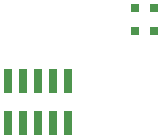
<source format=gtp>
G04 #@! TF.FileFunction,Paste,Top*
%FSLAX46Y46*%
G04 Gerber Fmt 4.6, Leading zero omitted, Abs format (unit mm)*
G04 Created by KiCad (PCBNEW 4.0.7) date Tue Jan 23 09:34:51 2018*
%MOMM*%
%LPD*%
G01*
G04 APERTURE LIST*
%ADD10C,0.100000*%
%ADD11R,0.800000X0.800000*%
%ADD12R,0.750000X2.100000*%
G04 APERTURE END LIST*
D10*
D11*
X43700000Y21500000D03*
X45300000Y21500000D03*
X43700000Y19500000D03*
X45300000Y19500000D03*
D12*
X32960000Y15300000D03*
X32960000Y11700000D03*
X34230000Y15300000D03*
X34230000Y11700000D03*
X35500000Y15300000D03*
X35500000Y11700000D03*
X36770000Y15300000D03*
X36770000Y11700000D03*
X38040000Y15300000D03*
X38040000Y11700000D03*
M02*

</source>
